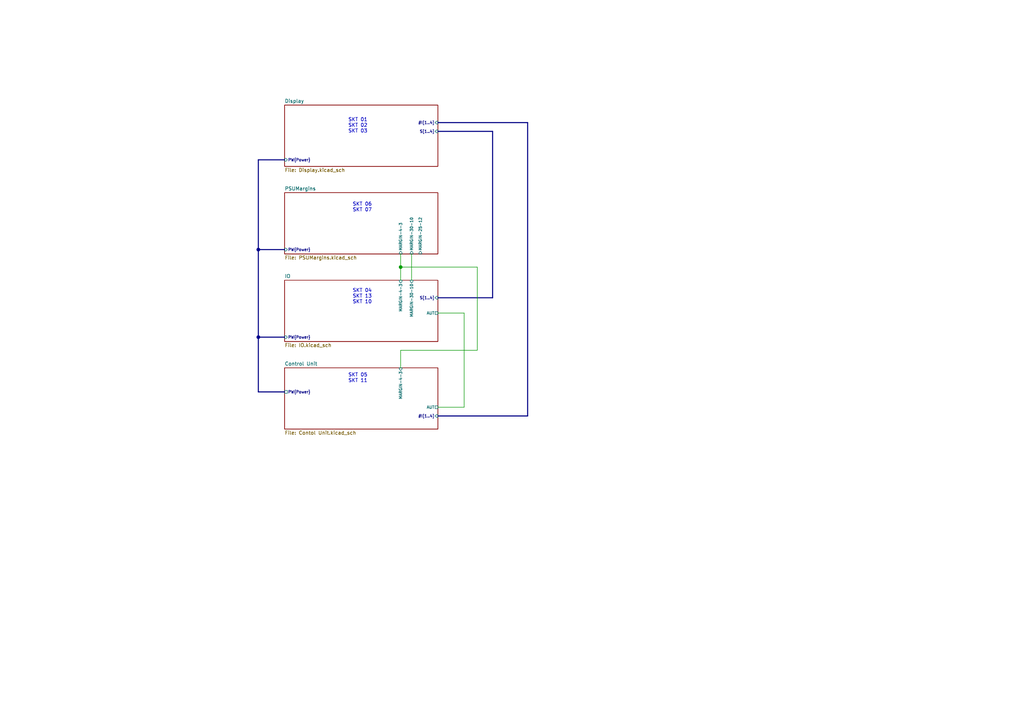
<source format=kicad_sch>
(kicad_sch (version 20211123) (generator eeschema)

  (uuid 5b0688e6-b886-4ed5-873f-8bbf75549ad8)

  (paper "A4")

  (title_block
    (title "Sockets")
    (date "2023-02-11")
  )

  (lib_symbols
  )


  (junction (at 74.93 72.39) (diameter 0) (color 0 0 0 0)
    (uuid a0de319e-5bf6-4b50-8ec0-3a087946a2ef)
  )
  (junction (at 74.93 97.79) (diameter 0) (color 0 0 0 0)
    (uuid df5e1439-9768-4bc8-a70a-e20e16f8032f)
  )
  (junction (at 116.205 77.47) (diameter 0) (color 0 0 0 0)
    (uuid e50ed238-9013-48fe-a6f8-bb17526e7bf3)
  )

  (wire (pts (xy 119.38 73.66) (xy 119.38 81.28))
    (stroke (width 0) (type default) (color 0 0 0 0))
    (uuid 0242dfc5-65be-476d-a33d-f12ed8a4c3a0)
  )
  (bus (pts (xy 74.93 113.665) (xy 82.55 113.665))
    (stroke (width 0) (type default) (color 0 0 0 0))
    (uuid 074ec1b1-0361-48ad-bd52-279fa8ec7b74)
  )
  (bus (pts (xy 82.55 46.355) (xy 74.93 46.355))
    (stroke (width 0) (type default) (color 0 0 0 0))
    (uuid 1088c619-cd1f-4f91-a1c6-89134a12c81f)
  )

  (wire (pts (xy 134.62 90.805) (xy 134.62 118.11))
    (stroke (width 0) (type default) (color 0 0 0 0))
    (uuid 11bcc5ce-d649-4ac8-8e51-388f14555503)
  )
  (wire (pts (xy 138.43 101.6) (xy 138.43 77.47))
    (stroke (width 0) (type default) (color 0 0 0 0))
    (uuid 19401e4d-a878-4bff-82ec-6d9afec95ba5)
  )
  (wire (pts (xy 116.205 73.66) (xy 116.205 77.47))
    (stroke (width 0) (type default) (color 0 0 0 0))
    (uuid 1aef493d-7661-4763-a1d9-5164fc50faaa)
  )
  (wire (pts (xy 138.43 77.47) (xy 116.205 77.47))
    (stroke (width 0) (type default) (color 0 0 0 0))
    (uuid 2db87396-64f9-464b-b2e3-56db9d70274c)
  )
  (bus (pts (xy 74.93 97.79) (xy 82.55 97.79))
    (stroke (width 0) (type default) (color 0 0 0 0))
    (uuid 5455298d-3787-4fd8-9a69-cdc793cb51fa)
  )

  (wire (pts (xy 116.205 106.68) (xy 116.205 101.6))
    (stroke (width 0) (type default) (color 0 0 0 0))
    (uuid 570424e0-8034-465c-ade8-fa3f8989b9aa)
  )
  (wire (pts (xy 116.205 101.6) (xy 138.43 101.6))
    (stroke (width 0) (type default) (color 0 0 0 0))
    (uuid 734b4b17-b9d9-4c8d-a863-baca6a0f69a1)
  )
  (wire (pts (xy 127 90.805) (xy 134.62 90.805))
    (stroke (width 0) (type default) (color 0 0 0 0))
    (uuid 76d48c97-6e7c-494c-b482-d0402a252178)
  )
  (bus (pts (xy 142.875 86.36) (xy 142.875 38.1))
    (stroke (width 0) (type default) (color 0 0 0 0))
    (uuid 79933a5e-5a32-4e2f-acde-849cc005df6d)
  )
  (bus (pts (xy 153.035 35.56) (xy 153.035 120.65))
    (stroke (width 0) (type default) (color 0 0 0 0))
    (uuid 7d9e508e-32a1-42ff-a13e-171e7db97cba)
  )
  (bus (pts (xy 153.035 120.65) (xy 127 120.65))
    (stroke (width 0) (type default) (color 0 0 0 0))
    (uuid 7e77941c-819a-441d-bb17-2b692285e055)
  )
  (bus (pts (xy 127 86.36) (xy 142.875 86.36))
    (stroke (width 0) (type default) (color 0 0 0 0))
    (uuid 7fba968d-ecc6-4796-9688-febf3636e1ee)
  )
  (bus (pts (xy 74.93 72.39) (xy 74.93 97.79))
    (stroke (width 0) (type default) (color 0 0 0 0))
    (uuid 87de3622-d383-4ed1-83a4-5ca92bf1dd19)
  )
  (bus (pts (xy 142.875 38.1) (xy 127 38.1))
    (stroke (width 0) (type default) (color 0 0 0 0))
    (uuid 93836a1c-d907-4676-8459-f6480ce2eb77)
  )

  (wire (pts (xy 134.62 118.11) (xy 127 118.11))
    (stroke (width 0) (type default) (color 0 0 0 0))
    (uuid 99846739-828e-4cd8-93e3-8ed73cf83afb)
  )
  (wire (pts (xy 116.205 77.47) (xy 116.205 81.28))
    (stroke (width 0) (type default) (color 0 0 0 0))
    (uuid a766582e-03c2-4340-bb8a-5e237b45d253)
  )
  (bus (pts (xy 74.93 46.355) (xy 74.93 72.39))
    (stroke (width 0) (type default) (color 0 0 0 0))
    (uuid a857cc47-3185-4ca2-bd77-59e073c019bd)
  )
  (bus (pts (xy 127 35.56) (xy 153.035 35.56))
    (stroke (width 0) (type default) (color 0 0 0 0))
    (uuid b6290044-0b76-40a8-afc7-560045c09166)
  )
  (bus (pts (xy 74.93 72.39) (xy 82.55 72.39))
    (stroke (width 0) (type default) (color 0 0 0 0))
    (uuid c45ad082-c14d-47d8-b07f-353140eaeb2d)
  )
  (bus (pts (xy 74.93 97.79) (xy 74.93 113.665))
    (stroke (width 0) (type default) (color 0 0 0 0))
    (uuid f69a651b-3855-44b3-a350-25e88389a303)
  )

  (text "SKT 04\nSKT 13\nSKT 10" (at 102.235 88.265 0)
    (effects (font (size 1.016 1.016)) (justify left bottom))
    (uuid 12a4cd0e-c5ab-4808-abe0-2339eb20c412)
  )
  (text "SKT 06\nSKT 07" (at 102.235 61.595 0)
    (effects (font (size 1.016 1.016)) (justify left bottom))
    (uuid 86034eb8-7d38-4783-81d4-d041069b5b89)
  )
  (text "SKT 01\nSKT 02\nSKT 03" (at 100.965 38.735 0)
    (effects (font (size 1.016 1.016)) (justify left bottom))
    (uuid a4faaf98-231f-4b48-bdeb-733ec50d64b2)
  )
  (text "SKT 05\nSKT 11" (at 100.965 111.125 0)
    (effects (font (size 1.016 1.016)) (justify left bottom))
    (uuid f7119b0b-e99a-45e5-bd41-720f94a7bdad)
  )

  (sheet (at 82.55 106.68) (size 44.45 17.78) (fields_autoplaced)
    (stroke (width 0) (type solid) (color 0 0 0 0))
    (fill (color 0 0 0 0.0000))
    (uuid 00000000-0000-0000-0000-00005f2f4c40)
    (property "Sheet name" "Control Unit" (id 0) (at 82.55 106.0954 0)
      (effects (font (size 1.016 1.016)) (justify left bottom))
    )
    (property "Sheet file" "Contol Unit.kicad_sch" (id 1) (at 82.55 124.943 0)
      (effects (font (size 1.016 1.016)) (justify left top))
    )
    (pin "PW{Power}" passive (at 82.55 113.665 180)
      (effects (font (size 0.8128 0.8128)) (justify left))
      (uuid 875a4ace-6499-4174-af60-37f9207a8a0b)
    )
    (pin "#I[1..4]" input (at 127 120.65 0)
      (effects (font (size 0.8128 0.8128)) (justify right))
      (uuid 4453e98c-11fc-422f-bdd4-a6328baa168f)
    )
    (pin "AUT" passive (at 127 118.11 0)
      (effects (font (size 0.8128 0.8128)) (justify right))
      (uuid 67a3ceed-5cb8-4341-8e12-2d955bd07b5d)
    )
    (pin "MARGIN-4-3" input (at 116.205 106.68 90)
      (effects (font (size 0.8128 0.8128)) (justify right))
      (uuid 5cf08189-0970-4c06-80f0-f07195c687eb)
    )
  )

  (sheet (at 82.55 81.28) (size 44.45 17.78) (fields_autoplaced)
    (stroke (width 0) (type solid) (color 0 0 0 0))
    (fill (color 0 0 0 0.0000))
    (uuid 00000000-0000-0000-0000-00005f2f538b)
    (property "Sheet name" "IO" (id 0) (at 82.55 80.6954 0)
      (effects (font (size 1.016 1.016)) (justify left bottom))
    )
    (property "Sheet file" "IO.kicad_sch" (id 1) (at 82.55 99.543 0)
      (effects (font (size 1.016 1.016)) (justify left top))
    )
    (pin "S[1..4]" input (at 127 86.36 0)
      (effects (font (size 0.8128 0.8128)) (justify right))
      (uuid 024d0322-72a9-4120-b0f7-767f327f1876)
    )
    (pin "PW{Power}" input (at 82.55 97.79 180)
      (effects (font (size 0.8128 0.8128)) (justify left))
      (uuid dd3ef2ce-1c37-4f86-a630-b54ade05d9ee)
    )
    (pin "AUT" passive (at 127 90.805 0)
      (effects (font (size 0.8128 0.8128)) (justify right))
      (uuid 5ec377f6-5a89-40e4-a19f-b068f493d18b)
    )
    (pin "MARGIN-30-10" input (at 119.38 81.28 90)
      (effects (font (size 0.8128 0.8128)) (justify right))
      (uuid c4af6b2d-e085-4e95-a725-6dbe88c7a21c)
    )
    (pin "MARGIN-4-3" input (at 116.205 81.28 90)
      (effects (font (size 0.8128 0.8128)) (justify right))
      (uuid 45870441-14ee-4fc4-b4f8-b5d0788364ef)
    )
  )

  (sheet (at 82.55 30.48) (size 44.45 17.78) (fields_autoplaced)
    (stroke (width 0) (type solid) (color 0 0 0 0))
    (fill (color 0 0 0 0.0000))
    (uuid 00000000-0000-0000-0000-00005f307b10)
    (property "Sheet name" "Display" (id 0) (at 82.55 29.8954 0)
      (effects (font (size 1.016 1.016)) (justify left bottom))
    )
    (property "Sheet file" "Display.kicad_sch" (id 1) (at 82.55 48.743 0)
      (effects (font (size 1.016 1.016)) (justify left top))
    )
    (pin "#I[1..4]" input (at 127 35.56 0)
      (effects (font (size 0.8128 0.8128)) (justify right))
      (uuid ad13ab28-72b4-4de7-bad7-39232282cd67)
    )
    (pin "S[1..4]" input (at 127 38.1 0)
      (effects (font (size 0.8128 0.8128)) (justify right))
      (uuid 8d19cbff-35c1-46ed-b036-15f0305bb7a3)
    )
    (pin "PW{Power}" input (at 82.55 46.355 180)
      (effects (font (size 0.8128 0.8128)) (justify left))
      (uuid 183d7930-5e35-4a47-b411-41c593c34ee6)
    )
  )

  (sheet (at 82.55 55.88) (size 44.45 17.78) (fields_autoplaced)
    (stroke (width 0) (type solid) (color 0 0 0 0))
    (fill (color 0 0 0 0.0000))
    (uuid 00000000-0000-0000-0000-00005f3239ea)
    (property "Sheet name" "PSUMargins" (id 0) (at 82.55 55.2954 0)
      (effects (font (size 1.016 1.016)) (justify left bottom))
    )
    (property "Sheet file" "PSUMargins.kicad_sch" (id 1) (at 82.55 74.143 0)
      (effects (font (size 1.016 1.016)) (justify left top))
    )
    (pin "PW{Power}" input (at 82.55 72.39 180)
      (effects (font (size 0.8128 0.8128)) (justify left))
      (uuid d4fa4253-1703-4036-a7da-bca22a297b4e)
    )
    (pin "MARGIN-25-12" input (at 121.92 73.66 270)
      (effects (font (size 0.8128 0.8128)) (justify left))
      (uuid f66afa45-de58-4c86-9f62-ef8ec875b136)
    )
    (pin "MARGIN-4-3" input (at 116.205 73.66 270)
      (effects (font (size 0.8128 0.8128)) (justify left))
      (uuid 504bc451-aead-459d-ac09-cd0496e66e04)
    )
    (pin "MARGIN-30-10" input (at 119.38 73.66 270)
      (effects (font (size 0.8128 0.8128)) (justify left))
      (uuid 69174410-97eb-4a39-b1f1-05c62c65dfe2)
    )
  )

  (sheet_instances
    (path "/" (page "1"))
    (path "/00000000-0000-0000-0000-00005f307b10" (page "2"))
    (path "/00000000-0000-0000-0000-00005f3239ea" (page "3"))
    (path "/00000000-0000-0000-0000-00005f2f538b" (page "4"))
    (path "/00000000-0000-0000-0000-00005f2f4c40" (page "5"))
  )

  (symbol_instances
    (path "/00000000-0000-0000-0000-00005f2f4c40/00000000-0000-0000-0000-00005f8ada47"
      (reference "CNT-BP2-1") (unit 1) (value "~") (footprint "Connector_IDC:IDC-Header_2x10_P2.54mm_Vertical")
    )
    (path "/00000000-0000-0000-0000-00005f2f4c40/00000000-0000-0000-0000-0000643911d4"
      (reference "CNT-BP2-2") (unit 1) (value "~") (footprint "Connector_IDC:IDC-Header_2x10_P2.54mm_Vertical")
    )
    (path "/00000000-0000-0000-0000-00005f2f4c40/00000000-0000-0000-0000-000064378531"
      (reference "CNT-BP3-1") (unit 1) (value "~") (footprint "Connector_IDC:IDC-Header_2x10_P2.54mm_Vertical")
    )
    (path "/00000000-0000-0000-0000-00005f307b10/00000000-0000-0000-0000-00005f32052a"
      (reference "DSP-BP1-1") (unit 1) (value "~") (footprint "Connector_IDC:IDC-Header_2x10_P2.54mm_Vertical")
    )
    (path "/00000000-0000-0000-0000-00005f307b10/00000000-0000-0000-0000-00005f320536"
      (reference "DSP-BP1-2") (unit 1) (value "~") (footprint "Connector_IDC:IDC-Header_2x10_P2.54mm_Vertical")
    )
    (path "/00000000-0000-0000-0000-00005f307b10/00000000-0000-0000-0000-00005f320530"
      (reference "DSP-BP1-3") (unit 1) (value "~") (footprint "Connector_IDC:IDC-Header_2x10_P2.54mm_Vertical")
    )
    (path "/00000000-0000-0000-0000-00005f307b10/00000000-0000-0000-0000-00005f32054d"
      (reference "DSP-BP1-4") (unit 1) (value "~") (footprint "Connector_IDC:IDC-Header_2x10_P2.54mm_Vertical")
    )
    (path "/00000000-0000-0000-0000-00005f307b10/00000000-0000-0000-0000-00005f320559"
      (reference "DSP-BP1-5") (unit 1) (value "~") (footprint "Connector_IDC:IDC-Header_2x10_P2.54mm_Vertical")
    )
    (path "/00000000-0000-0000-0000-00005f2f4c40/00000000-0000-0000-0000-00005f8a68a7"
      (reference "DSP-BP1-6") (unit 1) (value "~") (footprint "Connector_IDC:IDC-Header_2x10_P2.54mm_Vertical")
    )
    (path "/00000000-0000-0000-0000-00005f307b10/00000000-0000-0000-0000-00006402d1ba"
      (reference "DSP-BP2-1") (unit 1) (value "~") (footprint "Connector_IDC:IDC-Header_2x10_P2.54mm_Vertical")
    )
    (path "/00000000-0000-0000-0000-00005f307b10/00000000-0000-0000-0000-00006414fd62"
      (reference "DSP-BP2-2") (unit 1) (value "~") (footprint "Connector_IDC:IDC-Header_2x10_P2.54mm_Vertical")
    )
    (path "/00000000-0000-0000-0000-00005f2f538b/00000000-0000-0000-0000-000063ebd7c4"
      (reference "IO-BP3-1") (unit 1) (value "~") (footprint "Connector_IDC:IDC-Header_2x10_P2.54mm_Vertical")
    )
    (path "/00000000-0000-0000-0000-00005f2f538b/00000000-0000-0000-0000-00005f301144"
      (reference "IO-BP3-2") (unit 1) (value "~") (footprint "Connector_IDC:IDC-Header_2x10_P2.54mm_Vertical")
    )
    (path "/00000000-0000-0000-0000-00005f2f538b/00000000-0000-0000-0000-00005f301165"
      (reference "IO-BP3-3") (unit 1) (value "~") (footprint "Connector_IDC:IDC-Header_2x10_P2.54mm_Vertical")
    )
    (path "/00000000-0000-0000-0000-00005f2f538b/00000000-0000-0000-0000-00005f30115f"
      (reference "IO-BP3-4") (unit 1) (value "~") (footprint "Connector_IDC:IDC-Header_2x10_P2.54mm_Vertical")
    )
    (path "/00000000-0000-0000-0000-00005f2f538b/00000000-0000-0000-0000-000063e8be78"
      (reference "IO-BP3-5") (unit 1) (value "~") (footprint "Connector_IDC:IDC-Header_2x10_P2.54mm_Vertical")
    )
    (path "/00000000-0000-0000-0000-00005f2f538b/00000000-0000-0000-0000-000063e9aa3c"
      (reference "J1") (unit 1) (value "Conn_01x02") (footprint "")
    )
    (path "/00000000-0000-0000-0000-00005f3239ea/00000000-0000-0000-0000-000063fa5717"
      (reference "J2") (unit 1) (value "Conn_01x10") (footprint "")
    )
    (path "/00000000-0000-0000-0000-00005f307b10/00000000-0000-0000-0000-00005f3205dd"
      (reference "JSKT1") (unit 1) (value "~") (footprint "ELLIOTT:MC61")
    )
    (path "/00000000-0000-0000-0000-00005f307b10/00000000-0000-0000-0000-00005f3205d7"
      (reference "JSKT2") (unit 1) (value "~") (footprint "ELLIOTT:MC61")
    )
    (path "/00000000-0000-0000-0000-00005f307b10/00000000-0000-0000-0000-00005f3205d1"
      (reference "JSKT3") (unit 1) (value "~") (footprint "ELLIOTT:MC61")
    )
    (path "/00000000-0000-0000-0000-00005f2f538b/00000000-0000-0000-0000-00005f301156"
      (reference "JSKT4") (unit 1) (value "~") (footprint "ELLIOTT:MC61")
    )
    (path "/00000000-0000-0000-0000-00005f2f4c40/00000000-0000-0000-0000-00005f2fb942"
      (reference "JSKT5") (unit 1) (value "~") (footprint "ELLIOTT:MC41")
    )
    (path "/00000000-0000-0000-0000-00005f3239ea/00000000-0000-0000-0000-00005f2f7c43"
      (reference "JSKT6") (unit 1) (value "~") (footprint "ELLIOTT:MC19")
    )
    (path "/00000000-0000-0000-0000-00005f3239ea/00000000-0000-0000-0000-00005f2f7c5c"
      (reference "JSKT7") (unit 1) (value "~") (footprint "ELLIOTT:MC32")
    )
    (path "/00000000-0000-0000-0000-00005f2f538b/00000000-0000-0000-0000-000063e8be6d"
      (reference "JSKT10") (unit 1) (value "~") (footprint "ELLIOTT:MC32")
    )
    (path "/00000000-0000-0000-0000-00005f2f4c40/00000000-0000-0000-0000-00005f3018a5"
      (reference "JSKT11") (unit 1) (value "~") (footprint "ELLIOTT:MC41")
    )
    (path "/00000000-0000-0000-0000-00005f2f538b/00000000-0000-0000-0000-000063e78d08"
      (reference "JSKT13") (unit 1) (value "~") (footprint "")
    )
  )
)

</source>
